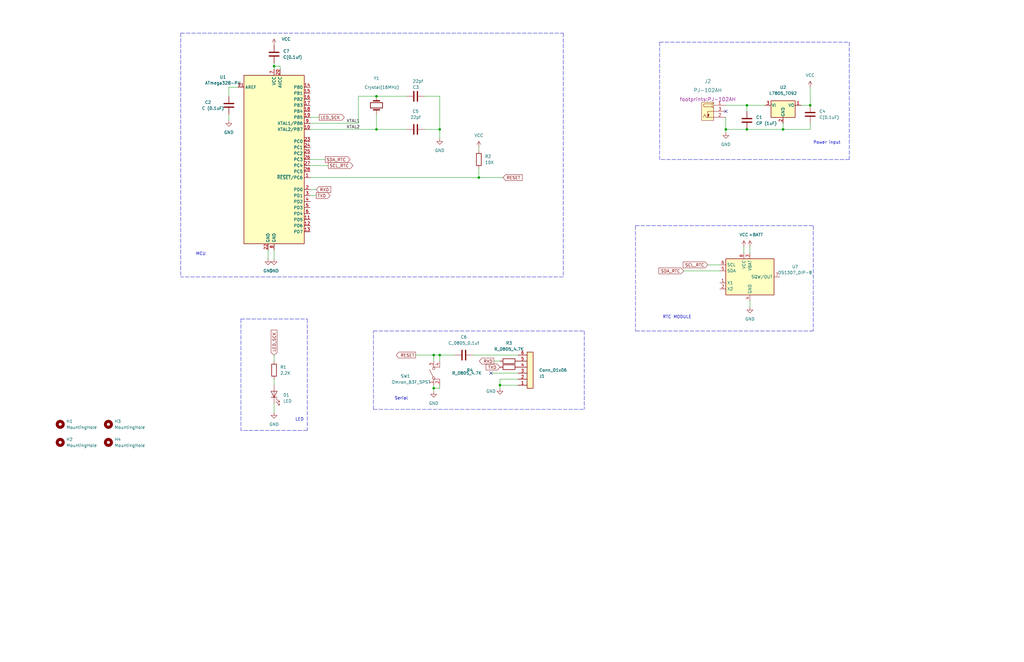
<source format=kicad_sch>
(kicad_sch (version 20211123) (generator eeschema)
  (paper "USLedger")
  (lib_symbols
    (symbol "HPS:+BATT" (power) (pin_names (offset 0))
      (property "Value" "+BATT" (at 0 3.556 0))
      (symbol "+BATT_0_1"
        (polyline (pts (xy -0.762 1.27) (xy 0 2.54)))
        (polyline (pts (xy 0 0) (xy 0 2.54)))
        (polyline (pts (xy 0 2.54) (xy 0.762 1.27)))
      )
      (symbol "+BATT_1_1"
        (pin power_in line (at 0 0 90) (length 0) hide (name "+BATT") (number "1"))
      )
    )
    (symbol "HPS:ATmega328-PU"
      (property "Reference" "U" (at -11.43 39.37 0))
      (property "Value" "ATmega328-PU" (at -17.78 38.1 0))
      (symbol "ATmega328-PU_0_1"
        (rectangle (start -12.7 -35.56) (end 12.7 35.56) (stroke (width 0.254)) (fill (type background)))
      )
      (symbol "ATmega328-PU_1_1"
        (pin tri_state line (at 15.24 -7.62 180) (length 2.54) (name "~{RESET}/PC6") (number "1"))
        (pin tri_state line (at 15.24 12.7 180) (length 2.54) (name "XTAL2/PB7") (number "10"))
        (pin tri_state line (at 15.24 -25.4 180) (length 2.54) (name "PD5") (number "11"))
        (pin tri_state line (at 15.24 -27.94 180) (length 2.54) (name "PD6") (number "12"))
        (pin tri_state line (at 15.24 -30.48 180) (length 2.54) (name "PD7") (number "13"))
        (pin tri_state line (at 15.24 30.48 180) (length 2.54) (name "PB0") (number "14"))
        (pin tri_state line (at 15.24 27.94 180) (length 2.54) (name "PB1") (number "15"))
        (pin tri_state line (at 15.24 25.4 180) (length 2.54) (name "PB2") (number "16"))
        (pin tri_state line (at 15.24 22.86 180) (length 2.54) (name "PB3") (number "17"))
        (pin tri_state line (at 15.24 20.32 180) (length 2.54) (name "PB4") (number "18"))
        (pin tri_state line (at 15.24 17.78 180) (length 2.54) (name "PB5") (number "19"))
        (pin tri_state line (at 15.24 -12.7 180) (length 2.54) (name "PD0") (number "2"))
        (pin power_in line (at 2.54 38.1 270) (length 2.54) (name "AVCC") (number "20"))
        (pin passive line (at -15.24 30.48 0) (length 2.54) (name "AREF") (number "21"))
        (pin power_in line (at -2.54 -38.1 90) (length 2.54) (name "GND") (number "22"))
        (pin tri_state line (at 15.24 7.62 180) (length 2.54) (name "PC0") (number "23"))
        (pin tri_state line (at 15.24 5.08 180) (length 2.54) (name "PC1") (number "24"))
        (pin tri_state line (at 15.24 2.54 180) (length 2.54) (name "PC2") (number "25"))
        (pin tri_state line (at 15.24 0 180) (length 2.54) (name "PC3") (number "26"))
        (pin tri_state line (at 15.24 -2.54 180) (length 2.54) (name "PC4") (number "27"))
        (pin tri_state line (at 15.24 -5.08 180) (length 2.54) (name "PC5") (number "28"))
        (pin tri_state line (at 15.24 -15.24 180) (length 2.54) (name "PD1") (number "3"))
        (pin tri_state line (at 15.24 -17.78 180) (length 2.54) (name "PD2") (number "4"))
        (pin tri_state line (at 15.24 -20.32 180) (length 2.54) (name "PD3") (number "5"))
        (pin tri_state line (at 15.24 -22.86 180) (length 2.54) (name "PD4") (number "6"))
        (pin power_in line (at 0 38.1 270) (length 2.54) (name "VCC") (number "7"))
        (pin power_in line (at 0 -38.1 90) (length 2.54) (name "GND") (number "8"))
        (pin tri_state line (at 15.24 15.24 180) (length 2.54) (name "XTAL1/PB6") (number "9"))
      )
    )
    (symbol "HPS:C_0805_0.1uf" (pin_numbers hide) (pin_names (offset 0.254))
      (property "Reference" "C" (at 0.635 2.54 0))
      (property "Value" "C_0805_0.1uf" (at 0.635 -2.54 0))
      (symbol "C_0805_0.1uf_0_1"
        (polyline (pts (xy -2.032 -0.762) (xy 2.032 -0.762)) (stroke (width 0.508)))
        (polyline (pts (xy -2.032 0.762) (xy 2.032 0.762)) (stroke (width 0.508)))
      )
      (symbol "C_0805_0.1uf_1_1"
        (pin passive line (at 0 3.81 270) (length 2.794) (name "~") (number "1"))
        (pin passive line (at 0 -3.81 90) (length 2.794) (name "~") (number "2"))
      )
    )
    (symbol "HPS:C_0805_10uf" (pin_numbers hide) (pin_names (offset 0.254))
      (property "Reference" "C" (at 0.635 2.54 0))
      (property "Value" "C_0805_10uf" (at 0.635 -2.54 0))
      (symbol "C_0805_10uf_0_1"
        (polyline (pts (xy -2.032 -0.762) (xy 2.032 -0.762)) (stroke (width 0.508)))
        (polyline (pts (xy -2.032 0.762) (xy 2.032 0.762)) (stroke (width 0.508)))
      )
      (symbol "C_0805_10uf_1_1"
        (pin passive line (at 0 3.81 270) (length 2.794) (name "~") (number "1"))
        (pin passive line (at 0 -3.81 90) (length 2.794) (name "~") (number "2"))
      )
    )
    (symbol "HPS:C_0805_1uf" (pin_numbers hide) (pin_names (offset 0.254))
      (property "Reference" "C" (at 0.635 2.54 0))
      (property "Value" "C_0805_1uf" (at 0.635 -2.54 0))
      (symbol "C_0805_1uf_0_1"
        (polyline (pts (xy -2.032 -0.762) (xy 2.032 -0.762)) (stroke (width 0.508)))
        (polyline (pts (xy -2.032 0.762) (xy 2.032 0.762)) (stroke (width 0.508)))
      )
      (symbol "C_0805_1uf_1_1"
        (pin passive line (at 0 3.81 270) (length 2.794) (name "~") (number "1"))
        (pin passive line (at 0 -3.81 90) (length 2.794) (name "~") (number "2"))
      )
    )
    (symbol "HPS:C_0805_22pf" (pin_numbers hide) (pin_names (offset 0.254))
      (property "Reference" "C" (at 0.635 2.54 0))
      (property "Value" "C_0805_22pf" (at 0.635 -2.54 0))
      (symbol "C_0805_22pf_0_1"
        (polyline (pts (xy -2.032 -0.762) (xy 2.032 -0.762)) (stroke (width 0.508)))
        (polyline (pts (xy -2.032 0.762) (xy 2.032 0.762)) (stroke (width 0.508)))
      )
      (symbol "C_0805_22pf_1_1"
        (pin passive line (at 0 3.81 270) (length 2.794) (name "~") (number "1"))
        (pin passive line (at 0 -3.81 90) (length 2.794) (name "~") (number "2"))
      )
    )
    (symbol "HPS:Conn_01x06" (pin_names (offset 1.016) hide)
      (property "Reference" "J" (at 0 7.62 0))
      (property "Value" "Conn_01x06" (at 0 -10.16 0))
      (symbol "Conn_01x06_1_1"
        (rectangle (start -1.27 6.35) (end 1.27 -8.89) (stroke (width 0.254)) (fill (type background)))
        (pin passive line (at -5.08 5.08 0) (length 3.81) (name "Pin_1") (number "1"))
        (pin passive line (at -5.08 2.54 0) (length 3.81) (name "Pin_2") (number "2"))
        (pin passive line (at -5.08 0 0) (length 3.81) (name "Pin_3") (number "3"))
        (pin passive line (at -5.08 -2.54 0) (length 3.81) (name "Pin_4") (number "4"))
        (pin passive line (at -5.08 -5.08 0) (length 3.81) (name "Pin_5") (number "5"))
        (pin passive line (at -5.08 -7.62 0) (length 3.81) (name "Pin_6") (number "6"))
      )
    )
    (symbol "HPS:Crystal_32768Hz" (pin_numbers hide) (pin_names (offset 1.016) hide)
      (property "Reference" "Y" (at 0 3.81 0))
      (property "Value" "Crystal_32768Hz" (at 0 -3.81 0))
      (symbol "Crystal_32768Hz_0_1"
        (rectangle (start -1.143 2.54) (end 1.143 -2.54) (stroke (width 0.3048)))
        (polyline (pts (xy -2.54 0) (xy -1.905 0)))
        (polyline (pts (xy -1.905 -1.27) (xy -1.905 1.27)) (stroke (width 0.508)))
        (polyline (pts (xy 1.905 -1.27) (xy 1.905 1.27)) (stroke (width 0.508)))
        (polyline (pts (xy 2.54 0) (xy 1.905 0)))
      )
      (symbol "Crystal_32768Hz_1_1"
        (pin passive line (at -3.81 0 0) (length 1.27) (name "1") (number "1"))
        (pin passive line (at 3.81 0 180) (length 1.27) (name "2") (number "2"))
      )
    )
    (symbol "HPS:DS1307_DIP-8"
      (property "Reference" "U" (at -8.89 8.89 0))
      (property "Value" "DS1307_DIP-8" (at 1.27 8.89 0))
      (symbol "DS1307_DIP-8_0_1"
        (rectangle (start -10.16 7.62) (end 10.16 -7.62) (stroke (width 0.254)) (fill (type background)))
      )
      (symbol "DS1307_DIP-8_1_1"
        (pin input line (at -12.7 -2.54 0) (length 2.54) (name "X1") (number "1"))
        (pin input line (at -12.7 -5.08 0) (length 2.54) (name "X2") (number "2"))
        (pin power_in line (at 0 10.16 270) (length 2.54) (name "VBAT") (number "3"))
        (pin power_in line (at 0 -10.16 90) (length 2.54) (name "GND") (number "4"))
        (pin bidirectional line (at -12.7 2.54 0) (length 2.54) (name "SDA") (number "5"))
        (pin input line (at -12.7 5.08 0) (length 2.54) (name "SCL") (number "6"))
        (pin open_collector line (at 12.7 0 180) (length 2.54) (name "SQW/OUT") (number "7"))
        (pin power_in line (at -2.54 10.16 270) (length 2.54) (name "VCC") (number "8"))
      )
    )
    (symbol "HPS:GND" (power) (pin_names (offset 0))
      (property "Value" "GND" (at 0 -3.81 0))
      (symbol "GND_0_1"
        (polyline (pts (xy 0 0) (xy 0 -1.27) (xy 1.27 -1.27) (xy 0 -2.54) (xy -1.27 -1.27) (xy 0 -1.27)))
      )
      (symbol "GND_1_1"
        (pin power_in line (at 0 0 270) (length 0) hide (name "GND") (number "1"))
      )
    )
    (symbol "HPS:L7805_TO92" (pin_names (offset 0.254))
      (property "Reference" "U" (at -5.08 6.35 0))
      (property "Value" "L7805_TO92" (at -5.08 3.81 0))
      (symbol "L7805_TO92_0_1"
        (rectangle (start -5.08 -5.08) (end 5.08 1.905) (stroke (width 0.254)) (fill (type background)))
      )
      (symbol "L7805_TO92_1_1"
        (pin power_out line (at 7.62 0 180) (length 2.54) (name "VO") (number "1"))
        (pin power_in line (at 0 -7.62 90) (length 2.54) (name "GND") (number "2"))
        (pin power_in line (at -7.62 0 0) (length 2.54) (name "VI") (number "3"))
      )
    )
    (symbol "HPS:LED_0805" (pin_numbers hide) (pin_names (offset 1.016) hide)
      (property "Reference" "D" (at 0 2.54 0))
      (property "Value" "LED_0805" (at 0 -2.54 0))
      (symbol "LED_0805_0_1"
        (polyline (pts (xy -1.27 -1.27) (xy -1.27 1.27)) (stroke (width 0.2032)))
        (polyline (pts (xy -1.27 0) (xy 1.27 0)))
        (polyline (pts (xy 1.27 -1.27) (xy 1.27 1.27) (xy -1.27 0) (xy 1.27 -1.27)) (stroke (width 0.2032)))
        (polyline (pts (xy -3.048 -0.762) (xy -4.572 -2.286) (xy -3.81 -2.286) (xy -4.572 -2.286) (xy -4.572 -1.524)))
        (polyline (pts (xy -1.778 -0.762) (xy -3.302 -2.286) (xy -2.54 -2.286) (xy -3.302 -2.286) (xy -3.302 -1.524)))
      )
      (symbol "LED_0805_1_1"
        (pin passive line (at -3.81 0 0) (length 2.54) (name "K") (number "1"))
        (pin passive line (at 3.81 0 180) (length 2.54) (name "A") (number "2"))
      )
    )
    (symbol "HPS:MountingHole" (pin_names (offset 1.016))
      (property "Reference" "H" (at 0 5.08 0))
      (property "Value" "MountingHole" (at 0 3.175 0))
      (symbol "MountingHole_0_1"
        (circle (center 0 0) (radius 1.27) (stroke (width 1.27)))
      )
    )
    (symbol "HPS:Omron_B3F_SPST" (pin_names (offset 0) hide)
      (property "Reference" "SW" (at 0 5.08 0))
      (property "Value" "Omron_B3F_SPST" (at 0 2.54 0))
      (symbol "Omron_B3F_SPST_0_0"
        (circle (center -2.032 0) (radius 0.508))
        (polyline (pts (xy -1.524 0.254) (xy 1.524 1.778)))
        (circle (center 2.032 0) (radius 0.508))
      )
      (symbol "Omron_B3F_SPST_0_1"
        (polyline (pts (xy -2.54 0) (xy -2.54 -2.54)))
        (polyline (pts (xy 2.54 -2.54) (xy 2.54 0)))
      )
      (symbol "Omron_B3F_SPST_1_1"
        (pin passive line (at -5.08 0 0) (length 2.54) (name "A") (number "1"))
        (pin passive line (at -5.08 -2.54 0) (length 2.54) (name "A") (number "2"))
        (pin passive line (at 5.08 0 180) (length 2.54) (name "B") (number "3"))
        (pin passive line (at 5.08 -2.54 180) (length 2.54) (name "B") (number "4"))
      )
    )
    (symbol "HPS:PJ-102AH" (pin_names (offset 1.016) hide)
      (property "Reference" "J" (at -2.54 5.08 0))
      (property "Value" "PJ-102AH" (at 0 -5.334 0))
      (property "Footprint" "footprints:PJ-102AH" (at 0 -7.874 0))
      (symbol "PJ-102AH_0_1"
        (arc (start -3.81 3.175) (mid -4.445 2.54) (end -3.81 1.905))
        (polyline (pts (xy -0.635 1.905) (xy -3.81 1.905)))
        (polyline (pts (xy -0.635 1.905) (xy -0.635 3.175)))
        (polyline (pts (xy -0.635 3.175) (xy -3.81 3.175)))
        (polyline (pts (xy -2.54 -1.27) (xy -2.54 0) (xy 0 0)))
        (polyline (pts (xy -0.635 1.905) (xy -0.635 1.651) (xy 0 1.651)))
        (polyline (pts (xy -0.635 3.175) (xy -0.635 3.429) (xy 0 3.429)))
        (polyline (pts (xy -2.54 -2.54) (xy -1.905 -1.27) (xy -2.54 -1.27) (xy -2.54 -2.54)) (fill (type outline)))
        (polyline (pts (xy 0 -2.54) (xy -3.175 -2.54) (xy -3.81 -1.27) (xy -4.445 -2.54)))
        (rectangle (start 0 3.81) (end -5.08 -3.81) (fill (type background)))
      )
      (symbol "PJ-102AH_1_1"
        (pin passive line (at 5.08 2.54 180) (length 5.08) (name "POLE") (number "1"))
        (pin passive line (at 5.08 -2.54 180) (length 5.08) (name "OUT") (number "2"))
        (pin passive line (at 5.08 0 180) (length 5.08) (name "OUT") (number "3"))
      )
    )
    (symbol "HPS:R_0805_10K" (pin_numbers hide) (pin_names (offset 0))
      (property "Reference" "R" (at 2.032 0 90))
      (property "Value" "R_0805_10K" (at -2.54 0 90))
      (symbol "R_0805_10K_0_1"
        (rectangle (start -1.016 -2.54) (end 1.016 2.54) (stroke (width 0.254)))
      )
      (symbol "R_0805_10K_1_1"
        (pin passive line (at 0 3.81 270) (length 1.27) (name "~") (number "1"))
        (pin passive line (at 0 -3.81 90) (length 1.27) (name "~") (number "2"))
      )
    )
    (symbol "HPS:R_0805_2.2K" (pin_numbers hide) (pin_names (offset 0))
      (property "Reference" "R" (at 2.032 0 90))
      (property "Value" "R_0805_2.2K" (at -2.54 0 90))
      (symbol "R_0805_2.2K_0_1"
        (rectangle (start -1.016 -2.54) (end 1.016 2.54) (stroke (width 0.254)))
      )
      (symbol "R_0805_2.2K_1_1"
        (pin passive line (at 0 3.81 270) (length 1.27) (name "~") (number "1"))
        (pin passive line (at 0 -3.81 90) (length 1.27) (name "~") (number "2"))
      )
    )
    (symbol "HPS:R_0805_4.7K" (pin_numbers hide) (pin_names (offset 0))
      (property "Reference" "R" (at 2.032 0 90))
      (property "Value" "R_0805_4.7K" (at -2.54 0 90))
      (symbol "R_0805_4.7K_0_1"
        (rectangle (start -1.016 -2.54) (end 1.016 2.54) (stroke (width 0.254)))
      )
      (symbol "R_0805_4.7K_1_1"
        (pin passive line (at 0 3.81 270) (length 1.27) (name "~") (number "1"))
        (pin passive line (at 0 -3.81 90) (length 1.27) (name "~") (number "2"))
      )
    )
    (symbol "HPS:VCC" (power) (pin_names (offset 0))
      (property "Value" "VCC" (at 0 3.81 0))
      (symbol "VCC_0_1"
        (polyline (pts (xy -0.762 1.27) (xy 0 2.54)))
        (polyline (pts (xy 0 0) (xy 0 2.54)))
        (polyline (pts (xy 0 2.54) (xy 0.762 1.27)))
      )
      (symbol "VCC_1_1"
        (pin power_in line (at 0 0 90) (length 0) hide (name "VCC") (number "1"))
      )
    )
  )
  (junction (at 210.82 162.56))
  (junction (at 158.75 54.61))
  (junction (at 182.88 163.83))
  (junction (at 314.96 54.61))
  (junction (at 314.96 44.45))
  (junction (at 201.93 74.93))
  (junction (at 115.57 27.94))
  (junction (at 330.2 54.61))
  (junction (at 341.63 44.45))
  (junction (at 182.88 149.86))
  (junction (at 306.07 54.61))
  (junction (at 185.42 149.86))
  (junction (at 158.75 40.64))
  (junction (at 185.42 54.61))
  (no_connect (at 306.07 46.99))
  (no_connect (at 207.01 157.48))
  (wire (pts (xy 158.75 54.61) (xy 171.45 54.61)))
  (wire (pts (xy 185.42 149.86) (xy 185.42 152.4)))
  (wire (pts (xy 130.81 49.53) (xy 134.62 49.53)))
  (polyline (pts (xy 342.9 139.7) (xy 267.97 139.7)))
  (wire (pts (xy 314.96 44.45) (xy 322.58 44.45)))
  (wire (pts (xy 306.07 49.53) (xy 306.07 54.61)))
  (wire (pts (xy 313.69 104.14) (xy 313.69 106.68)))
  (wire (pts (xy 288.29 114.3) (xy 303.53 114.3)))
  (wire (pts (xy 100.33 36.83) (xy 96.52 36.83)))
  (wire (pts (xy 179.07 40.64) (xy 185.42 40.64)))
  (wire (pts (xy 115.57 27.94) (xy 118.11 27.94)))
  (polyline (pts (xy 76.2 13.97) (xy 237.49 13.97)))
  (wire (pts (xy 115.57 27.94) (xy 115.57 29.21)))
  (wire (pts (xy 130.81 69.85) (xy 138.43 69.85)))
  (wire (pts (xy 130.81 67.31) (xy 137.16 67.31)))
  (polyline (pts (xy 278.13 17.78) (xy 278.13 67.31)))
  (wire (pts (xy 298.45 111.76) (xy 303.53 111.76)))
  (wire (pts (xy 207.01 157.48) (xy 218.44 157.48)))
  (wire (pts (xy 185.42 40.64) (xy 185.42 54.61)))
  (wire (pts (xy 130.81 52.07) (xy 151.13 52.07)))
  (wire (pts (xy 130.81 74.93) (xy 201.93 74.93)))
  (wire (pts (xy 185.42 163.83) (xy 182.88 163.83)))
  (wire (pts (xy 182.88 149.86) (xy 185.42 149.86)))
  (wire (pts (xy 118.11 29.21) (xy 118.11 27.94)))
  (polyline (pts (xy 101.6 134.62) (xy 129.54 134.62)))
  (polyline (pts (xy 237.49 116.84) (xy 76.2 116.84)))
  (wire (pts (xy 115.57 160.02) (xy 115.57 162.56)))
  (wire (pts (xy 151.13 52.07) (xy 151.13 40.64)))
  (polyline (pts (xy 101.6 134.62) (xy 101.6 181.61)))
  (wire (pts (xy 96.52 48.26) (xy 96.52 50.8)))
  (wire (pts (xy 306.07 54.61) (xy 314.96 54.61)))
  (wire (pts (xy 210.82 160.02) (xy 210.82 162.56)))
  (polyline (pts (xy 237.49 13.97) (xy 237.49 116.84)))
  (wire (pts (xy 185.42 149.86) (xy 191.77 149.86)))
  (polyline (pts (xy 278.13 17.78) (xy 358.14 17.78)))
  (polyline (pts (xy 342.9 95.25) (xy 342.9 139.7)))
  (polyline (pts (xy 76.2 13.97) (xy 76.2 116.84)))
  (wire (pts (xy 330.2 52.07) (xy 330.2 54.61)))
  (wire (pts (xy 130.81 82.55) (xy 133.35 82.55)))
  (wire (pts (xy 185.42 162.56) (xy 185.42 163.83)))
  (wire (pts (xy 182.88 163.83) (xy 182.88 165.1)))
  (wire (pts (xy 316.23 127) (xy 316.23 129.54)))
  (wire (pts (xy 201.93 62.23) (xy 201.93 63.5)))
  (wire (pts (xy 115.57 149.86) (xy 115.57 152.4)))
  (wire (pts (xy 182.88 149.86) (xy 182.88 152.4)))
  (wire (pts (xy 199.39 149.86) (xy 218.44 149.86)))
  (polyline (pts (xy 246.38 139.7) (xy 246.38 172.72)))
  (wire (pts (xy 210.82 162.56) (xy 210.82 163.83)))
  (wire (pts (xy 158.75 40.64) (xy 171.45 40.64)))
  (wire (pts (xy 113.03 105.41) (xy 113.03 109.22)))
  (polyline (pts (xy 157.48 172.72) (xy 246.38 172.72)))
  (polyline (pts (xy 358.14 17.78) (xy 358.14 67.31)))
  (wire (pts (xy 179.07 54.61) (xy 185.42 54.61)))
  (wire (pts (xy 201.93 74.93) (xy 212.09 74.93)))
  (wire (pts (xy 182.88 162.56) (xy 182.88 163.83)))
  (wire (pts (xy 208.28 152.4) (xy 210.82 152.4)))
  (wire (pts (xy 306.07 44.45) (xy 314.96 44.45)))
  (wire (pts (xy 175.26 149.86) (xy 182.88 149.86)))
  (wire (pts (xy 306.07 54.61) (xy 306.07 55.88)))
  (wire (pts (xy 158.75 48.26) (xy 158.75 54.61)))
  (polyline (pts (xy 157.48 139.7) (xy 246.38 139.7)))
  (wire (pts (xy 130.81 80.01) (xy 133.35 80.01)))
  (wire (pts (xy 130.81 54.61) (xy 158.75 54.61)))
  (wire (pts (xy 201.93 71.12) (xy 201.93 74.93)))
  (polyline (pts (xy 358.14 67.31) (xy 278.13 67.31)))
  (wire (pts (xy 218.44 160.02) (xy 210.82 160.02)))
  (wire (pts (xy 115.57 170.18) (xy 115.57 173.99)))
  (wire (pts (xy 210.82 162.56) (xy 218.44 162.56)))
  (wire (pts (xy 341.63 52.07) (xy 341.63 54.61)))
  (polyline (pts (xy 267.97 95.25) (xy 267.97 139.7)))
  (wire (pts (xy 341.63 36.83) (xy 341.63 44.45)))
  (polyline (pts (xy 157.48 172.72) (xy 157.48 139.7)))
  (wire (pts (xy 316.23 104.14) (xy 316.23 106.68)))
  (wire (pts (xy 115.57 26.67) (xy 115.57 27.94)))
  (wire (pts (xy 115.57 105.41) (xy 115.57 109.22)))
  (wire (pts (xy 314.96 54.61) (xy 330.2 54.61)))
  (wire (pts (xy 330.2 54.61) (xy 341.63 54.61)))
  (wire (pts (xy 96.52 36.83) (xy 96.52 40.64)))
  (wire (pts (xy 185.42 54.61) (xy 185.42 58.42)))
  (polyline (pts (xy 267.97 95.25) (xy 342.9 95.25)))
  (wire (pts (xy 314.96 44.45) (xy 314.96 46.99)))
  (polyline (pts (xy 129.54 134.62) (xy 129.54 181.61)))
  (polyline (pts (xy 129.54 181.61) (xy 101.6 181.61)))
  (wire (pts (xy 151.13 40.64) (xy 158.75 40.64)))
  (wire (pts (xy 337.82 44.45) (xy 341.63 44.45)))
  (text "Power input" (at 342.9 60.96 0) (effects (font (size 1.27 1.27)) (justify left bottom)))
  (text "RTC MODULE" (at 279.4 134.62 0) (effects (font (size 1.27 1.27)) (justify left bottom)))
  (text "MCU" (at 82.55 107.95 0) (effects (font (size 1.27 1.27)) (justify left bottom)))
  (text "LED" (at 124.46 177.8 0) (effects (font (size 1.27 1.27)) (justify left bottom)))
  (text "Serial" (at 166.37 168.91 0) (effects (font (size 1.27 1.27)) (justify left bottom)))
  (label "XTAL1" (at 146.05 52.07 0))
  (label "XTAL2" (at 146.05 54.61 0))
  (global_label "LED_SCK" (shape output) (at 134.62 49.53 0) (property "Intersheet References" "${INTERSHEET_REFS}" (effects hide)))
  (global_label "SCL_RTC" (shape output) (at 138.43 69.85 0) (property "Intersheet References" "${INTERSHEET_REFS}" (effects hide)))
  (global_label "TXD" (shape input) (at 210.82 154.94 180) (property "Intersheet References" "${INTERSHEET_REFS}" (effects hide)))
  (global_label "SCL_RTC" (shape input) (at 298.45 111.76 180) (property "Intersheet References" "${INTERSHEET_REFS}" (effects hide)))
  (global_label "RESET" (shape input) (at 212.09 74.93 0) (property "Intersheet References" "${INTERSHEET_REFS}" (effects hide)))
  (global_label "RXD" (shape input) (at 133.35 80.01 0) (property "Intersheet References" "${INTERSHEET_REFS}" (effects hide)))
  (global_label "SDA_RTC" (shape output) (at 137.16 67.31 0) (property "Intersheet References" "${INTERSHEET_REFS}" (effects hide)))
  (global_label "TXD" (shape output) (at 133.35 82.55 0) (property "Intersheet References" "${INTERSHEET_REFS}" (effects hide)))
  (global_label "RESET" (shape output) (at 175.26 149.86 180) (property "Intersheet References" "${INTERSHEET_REFS}" (effects hide)))
  (global_label "RXD" (shape output) (at 208.28 152.4 180) (property "Intersheet References" "${INTERSHEET_REFS}" (effects hide)))
  (global_label "SDA_RTC" (shape input) (at 288.29 114.3 180) (property "Intersheet References" "${INTERSHEET_REFS}" (effects hide)))
  (global_label "LED_SCK" (shape input) (at 115.57 149.86 90) (property "Intersheet References" "${INTERSHEET_REFS}" (effects hide)))
  (symbol (lib_id "HPS:GND") (at 185.42 58.42 0) (unit 1)
    (property "Reference" "#PWR07" (effects hide))
    (property "Value" "GND" (at 185.42 63.5 0))
  )
  (symbol (lib_id "HPS:PJ-102AH") (at 300.99 46.99 0) (unit 1)
    (property "Reference" "J2" (at 298.45 34.29 0) (effects (font (size 1.524 1.524))))
    (property "Value" "PJ-102AH" (at 298.45 38.1 0) (effects (font (size 1.524 1.524))))
    (property "Footprint" "footprints:PJ-102AH" (at 298.45 41.91 0) (effects (font (size 1.524 1.524))))
    (property "Datasheet" "https://www.cuidevices.com/product/resource/pj-102ah.pdf" (effects hide))
    (property "MFG" "CUI Devices" (effects hide))
    (property "MPN" "PJ-102AH" (effects hide))
    (property "Digikey PN" "CP-102AH-ND" (effects hide))
    (property "Mouser PN" "490-PJ-102AH" (effects hide))
  )
  (symbol (lib_id "HPS:GND") (at 210.82 163.83 0) (unit 1)
    (property "Reference" "#PWR09" (effects hide))
    (property "Value" "GND" (at 207.01 165.1 0))
  )
  (symbol (lib_id "HPS:MountingHole") (at 45.72 179.07 0) (unit 1)
    (property "Reference" "H3" (at 48.26 177.7999 0) (effects (justify left)))
    (property "Value" "MountingHole" (at 48.26 180.3399 0) (effects (justify left)))
    (property "Footprint" "footprints:MountingHole_3.2mm_M3" (effects hide))
  )
  (symbol (lib_id "HPS:MountingHole") (at 25.4 179.07 0) (unit 1)
    (property "Reference" "H1" (at 27.94 177.7999 0) (effects (justify left)))
    (property "Value" "MountingHole" (at 27.94 180.3399 0) (effects (justify left)))
    (property "Footprint" "footprints:MountingHole_3.2mm_M3" (effects hide))
  )
  (symbol (lib_id "HPS:GND") (at 113.03 109.22 0) (unit 1)
    (property "Reference" "#PWR02" (effects hide))
    (property "Value" "GND" (at 113.03 114.3 0))
  )
  (symbol (lib_id "HPS:Omron_B3F_SPST") (at 182.88 157.48 90) (unit 1)
    (property "Reference" "SW1" (at 168.91 158.75 90) (effects (justify right)))
    (property "Value" "Omron_B3F_SPST" (at 165.1 161.29 90) (effects (justify right)))
    (property "Footprint" "footprints:SW_SPST_Omron_B3FS-100xP" (effects hide))
    (property "Datasheet" "https://omronfs.omron.com/en_US/ecb/products/pdf/en-b3fs.pdf" (effects hide))
    (property "MFG" "Omron Electronics Inc-EMC Div" (effects hide))
    (property "MPN" "B3FS-1000P" (effects hide))
    (property "Digikey PN" "SW423CT-ND" (effects hide))
    (property "Mouser PN" "N/A" (effects hide))
  )
  (symbol (lib_id "HPS:L7805_TO92") (at 330.2 44.45 0) (unit 1)
    (property "Reference" "U2" (at 330.2 36.83 0))
    (property "Value" "L7805_TO92" (at 330.2 39.37 0))
    (property "Footprint" "footprints:TO-92_Inline" (effects hide))
    (property "Datasheet" "http://www.st.com/content/ccc/resource/technical/document/datasheet/15/55/e5/aa/23/5b/43/fd/CD00000446.pdf/files/CD00000446.pdf/jcr:content/translations/en.CD00000446.pdf" (effects hide))
    (property "MFG" "STMicroelectronics" (effects hide))
    (property "MPN" "L7805CV" (effects hide))
    (property "Digikey PN" "497-1443-5-ND" (effects hide))
    (property "Mouser PN" "N/A" (effects hide))
  )
  (symbol (lib_id "HPS:VCC") (at 201.93 62.23 0) (unit 1)
    (property "Reference" "#PWR08" (effects hide))
    (property "Value" "VCC" (at 201.93 57.15 0))
  )
  (symbol (lib_id "HPS:R_0805_4.7K") (at 214.63 152.4 90) (unit 1)
    (property "Reference" "R3" (at 214.63 144.78 90))
    (property "Value" "R_0805_4.7K" (at 214.63 147.32 90))
    (property "Footprint" "footprints:R_0805_2012Metric" (effects hide))
    (property "Datasheet" "https://www.digikey.com/en/products/detail/yageo/RC0805FR-074K7L/727929" (effects hide))
    (property "MFG" "Yageo" (effects hide))
    (property "MPN" "RC0805FR-074K7L" (effects hide))
    (property "Digikey PN" "311-4.70KCRCT-ND" (effects hide))
    (property "Mouser PN" "N/A" (effects hide))
    (property "Power" "N/A" (effects hide))
    (property "Tolerance" "N/A" (effects hide))
  )
  (symbol (lib_id "HPS:C_0805_10uf") (at 314.96 50.8 0) (unit 1)
    (property "Reference" "C1" (at 318.77 49.5299 0) (effects (justify left)))
    (property "Value" "CP (1uF)" (at 318.77 52.0699 0) (effects (justify left)))
    (property "Footprint" "footprints:C_0805_2012Metric" (effects hide))
    (property "Datasheet" "https://search.murata.co.jp/Ceramy/image/img/A01X/G101/ENG/GRM21BR61E106KA73-01.pdf" (effects hide))
    (property "MFG" "Murata Electronics" (effects hide))
    (property "MPN" "GRM21BR61E106KA73L" (effects hide))
    (property "Digikey PN" "490-5523-1-ND" (effects hide))
    (property "Mouser PN" "N/A" (effects hide))
    (property "Voltage" "N/A" (effects hide))
    (property "Dielectric" "N/A" (effects hide))
    (property "Tolerance" "N/A" (effects hide))
  )
  (symbol (lib_id "HPS:Crystal_32768Hz") (at 158.75 44.45 90) (unit 1)
    (property "Reference" "Y1" (at 157.48 33.02 90) (effects (justify right)))
    (property "Value" "Crystal(16MHz)" (at 153.67 36.83 90) (effects (justify right)))
    (property "Footprint" "footprints:Crystal_SMD_2Pin_3.2x1.5mm" (effects hide))
    (property "Datasheet" "https://www.jauch.com/downloadfile/57fde22d50dbf_d3c203011c87952f2834/jtx310-auto-2-210512.pdf" (effects hide))
    (property "MFG" "Jauch Quartz" (effects hide))
    (property "MPN" "Q 0,032768-JTX310-12,5-20-T1-HMR-50K-LF" (effects hide))
    (property "Digikey PN" "1908-1314-1-ND" (effects hide))
    (property "Mouser PN" "N/A" (effects hide))
  )
  (symbol (lib_id "HPS:C_0805_0.1uf") (at 96.52 44.45 0) (unit 1)
    (property "Reference" "C2" (at 86.36 43.18 0) (effects (justify left)))
    (property "Value" "C (0.1uF)" (at 85.09 45.72 0) (effects (justify left)))
    (property "Footprint" "footprints:C_0805_2012Metric" (effects hide))
    (property "Datasheet" "https://datasheets.avx.com/X7RDielectric.pdf" (effects hide))
    (property "MFG" "AVX Corporation" (effects hide))
    (property "MPN" "08055C104KAT2A" (effects hide))
    (property "Digikey PN" "478-1395-1-ND" (effects hide))
    (property "Mouser PN" "N/A" (effects hide))
    (property "Voltage" "N/A" (effects hide))
    (property "Dielectric" "N/A" (effects hide))
    (property "Tolerance" "N/A" (effects hide))
  )
  (symbol (lib_id "HPS:ATmega328-PU") (at 115.57 67.31 0) (unit 1)
    (property "Reference" "U1" (at 93.98 32.4993 0))
    (property "Value" "ATmega328-PU" (at 93.98 35.0393 0))
    (property "Footprint" "footprints:DIP-28_W7.62mm" (effects hide))
    (property "Datasheet" "http://www.microchip.com/mymicrochip/filehandler.aspx?ddocname=en608326" (effects hide))
    (property "MFG" "On Shore Technology Inc." (effects hide))
    (property "MPN" "ED281DT" (effects hide))
    (property "Digikey PN" "ED3050-5-ND" (effects hide))
    (property "Mouser PN" "N/A" (effects hide))
  )
  (symbol (lib_id "HPS:VCC") (at 313.69 104.14 0) (unit 1)
    (property "Reference" "#PWR?" (effects hide))
    (property "Value" "VCC" (at 313.69 99.06 0))
  )
  (symbol (lib_id "HPS:GND") (at 316.23 129.54 0) (unit 1)
    (property "Reference" "#PWR?" (effects hide))
    (property "Value" "GND" (at 316.23 134.62 0))
  )
  (symbol (lib_id "HPS:+BATT") (at 316.23 104.14 0) (unit 1)
    (property "Reference" "#PWR?" (effects hide))
    (property "Value" "+BATT" (at 318.77 99.06 0))
  )
  (symbol (lib_id "HPS:C_0805_22pf") (at 175.26 40.64 270) (unit 1)
    (property "Reference" "C3" (at 173.99 36.83 90) (effects (justify left)))
    (property "Value" "22pf" (at 173.99 34.2901 90) (effects (justify left)))
    (property "Footprint" "footprints:C_0805_2012Metric" (effects hide))
    (property "Datasheet" "https://www.yageo.com/upload/media/product/productsearch/datasheet/mlcc/UPY-GP_NP0_16V-to-50V_18.pdf" (effects hide))
    (property "MFG" "Yageo" (effects hide))
    (property "MPN" "CC0805JRNPO9BN220" (effects hide))
    (property "Digikey PN" "311-1103-1-ND" (effects hide))
    (property "Mouser PN" "N/A" (effects hide))
    (property "Voltage" "N/A" (effects hide))
    (property "Dielectric" "N/A" (effects hide))
    (property "Tolerance" "N/A" (effects hide))
  )
  (symbol (lib_id "HPS:C_0805_22pf") (at 175.26 54.61 90) (unit 1)
    (property "Reference" "C5" (at 175.26 46.99 90))
    (property "Value" "22pf" (at 175.26 49.53 90))
    (property "Footprint" "footprints:C_0805_2012Metric" (effects hide))
    (property "Datasheet" "https://www.yageo.com/upload/media/product/productsearch/datasheet/mlcc/UPY-GP_NP0_16V-to-50V_18.pdf" (effects hide))
    (property "MFG" "Yageo" (effects hide))
    (property "MPN" "CC0805JRNPO9BN220" (effects hide))
    (property "Digikey PN" "311-1103-1-ND" (effects hide))
    (property "Mouser PN" "N/A" (effects hide))
    (property "Voltage" "N/A" (effects hide))
    (property "Dielectric" "N/A" (effects hide))
    (property "Tolerance" "N/A" (effects hide))
  )
  (symbol (lib_id "HPS:VCC") (at 115.57 19.05 0) (unit 1)
    (property "Reference" "#PWR03" (effects hide))
    (property "Value" "VCC" (at 120.65 16.51 0))
  )
  (symbol (lib_id "HPS:R_0805_2.2K") (at 115.57 156.21 0) (unit 1)
    (property "Reference" "R1" (at 118.11 154.9399 0) (effects (justify left)))
    (property "Value" "2.2K" (at 118.11 157.4799 0) (effects (justify left)))
    (property "Footprint" "footprints:R_0805_2012Metric" (effects hide))
    (property "Datasheet" "https://www.digikey.com/en/products/detail/yageo/RC0805FR-072K2L/727676" (effects hide))
    (property "MFG" "N/A" (effects hide))
    (property "MPN" "N/A" (effects hide))
    (property "Digikey PN" "311-2.20KCRCT-ND" (effects hide))
    (property "Mouser PN" "N/A" (effects hide))
    (property "Power" "N/A" (effects hide))
    (property "Tolerance" "N/A" (effects hide))
  )
  (symbol (lib_id "HPS:GND") (at 182.88 165.1 0) (unit 1)
    (property "Reference" "#PWR06" (effects hide))
    (property "Value" "GND" (at 182.88 170.18 0))
  )
  (symbol (lib_id "HPS:DS1307_DIP-8") (at 316.23 116.84 0) (unit 1)
    (property "Reference" "U?" (at 335.28 112.5093 0))
    (property "Value" "DS1307_DIP-8" (at 335.28 115.0493 0))
    (property "Footprint" "footprints:DIP-8_W7.62mm" (effects hide))
    (property "Datasheet" "https://datasheets.maximintegrated.com/en/ds/DS1307.pdf" (effects hide))
    (property "MFG" "Assmann WSW Components" (effects hide))
    (property "MPN" "A 08-LC-TT" (effects hide))
    (property "Digikey PN" "AE9986-ND" (effects hide))
    (property "Mouser PN" "N/A" (effects hide))
  )
  (symbol (lib_id "HPS:MountingHole") (at 25.4 186.69 0) (unit 1)
    (property "Reference" "H2" (at 27.94 185.4199 0) (effects (justify left)))
    (property "Value" "MountingHole" (at 27.94 187.9599 0) (effects (justify left)))
    (property "Footprint" "footprints:MountingHole_3.2mm_M3" (effects hide))
  )
  (symbol (lib_id "HPS:GND") (at 96.52 50.8 0) (unit 1)
    (property "Reference" "#PWR01" (effects hide))
    (property "Value" "GND" (at 96.52 55.88 0))
  )
  (symbol (lib_id "HPS:C_0805_0.1uf") (at 115.57 22.86 0) (unit 1)
    (property "Reference" "C7" (at 119.38 21.5899 0) (effects (justify left)))
    (property "Value" "C(0.1uf)" (at 119.38 24.1299 0) (effects (justify left)))
    (property "Footprint" "footprints:C_0805_2012Metric" (effects hide))
    (property "Datasheet" "https://datasheets.avx.com/X7RDielectric.pdf" (effects hide))
    (property "MFG" "AVX Corporation" (effects hide))
    (property "MPN" "08055C104KAT2A" (effects hide))
    (property "Digikey PN" "478-1395-1-ND" (effects hide))
    (property "Mouser PN" "N/A" (effects hide))
    (property "Voltage" "N/A" (effects hide))
    (property "Dielectric" "N/A" (effects hide))
    (property "Tolerance" "N/A" (effects hide))
  )
  (symbol (lib_id "HPS:R_0805_4.7K") (at 214.63 154.94 90) (unit 1)
    (property "Reference" "R4" (at 198.12 156.21 90))
    (property "Value" "R_0805_4.7K" (at 196.85 157.48 90))
    (property "Footprint" "footprints:R_0805_2012Metric" (effects hide))
    (property "Datasheet" "https://www.digikey.com/en/products/detail/yageo/RC0805FR-074K7L/727929" (effects hide))
    (property "MFG" "Yageo" (effects hide))
    (property "MPN" "RC0805FR-074K7L" (effects hide))
    (property "Digikey PN" "311-4.70KCRCT-ND" (effects hide))
    (property "Mouser PN" "N/A" (effects hide))
    (property "Power" "N/A" (effects hide))
    (property "Tolerance" "N/A" (effects hide))
  )
  (symbol (lib_id "HPS:GND") (at 115.57 109.22 0) (unit 1)
    (property "Reference" "#PWR04" (effects hide))
    (property "Value" "GND" (at 115.57 114.3 0))
  )
  (symbol (lib_id "HPS:C_0805_1uf") (at 341.63 48.26 0) (unit 1)
    (property "Reference" "C4" (at 345.44 46.9899 0) (effects (justify left)))
    (property "Value" "C(0.1uF)" (at 345.44 49.5299 0) (effects (justify left)))
    (property "Footprint" "footprints:C_0805_2012Metric" (effects hide))
    (property "Datasheet" "https://www.yageo.com/upload/media/product/productsearch/datasheet/mlcc/UPY-GPHC_X7R_6.3V-to-50V_18.pdf" (effects hide))
    (property "MFG" "Yageo" (effects hide))
    (property "MPN" "CC0805KKX7R8BB105" (effects hide))
    (property "Digikey PN" "311-1456-1-ND" (effects hide))
    (property "Mouser PN" "N/A" (effects hide))
    (property "Voltage" "N/A" (effects hide))
    (property "Dielectric" "N/A" (effects hide))
    (property "Tolerance" "N/A" (effects hide))
  )
  (symbol (lib_id "HPS:C_0805_0.1uf") (at 195.58 149.86 90) (unit 1)
    (property "Reference" "C6" (at 195.58 142.24 90))
    (property "Value" "C_0805_0.1uf" (at 195.58 144.78 90))
    (property "Footprint" "footprints:C_0805_2012Metric" (effects hide))
    (property "Datasheet" "https://datasheets.avx.com/X7RDielectric.pdf" (effects hide))
    (property "MFG" "AVX Corporation" (effects hide))
    (property "MPN" "08055C104KAT2A" (effects hide))
    (property "Digikey PN" "478-1395-1-ND" (effects hide))
    (property "Mouser PN" "N/A" (effects hide))
    (property "Voltage" "N/A" (effects hide))
    (property "Dielectric" "N/A" (effects hide))
    (property "Tolerance" "N/A" (effects hide))
  )
  (symbol (lib_id "HPS:Conn_01x06") (at 223.52 157.48 0) (mirror x) (unit 1)
    (property "Reference" "J1" (at 227.33 158.75 0) (effects (justify left)))
    (property "Value" "Conn_01x06" (at 227.33 156.21 0) (effects (justify left)))
    (property "Footprint" "footprints:PinHeader_1x06_P2.54mm_Vertical" (effects hide))
    (property "Datasheet" "https://www.we-online.de/katalog/datasheet/6130xx11121.pdf" (effects hide))
    (property "MFG" "Würth Elektronik" (effects hide))
    (property "MPN" "61300611121" (effects hide))
    (property "Digikey PN" "732-5319-ND" (effects hide))
    (property "Mouser PN" "N/A" (effects hide))
  )
  (symbol (lib_id "HPS:R_0805_10K") (at 201.93 67.31 0) (unit 1)
    (property "Reference" "R2" (at 204.47 66.0399 0) (effects (justify left)))
    (property "Value" "10K" (at 204.47 68.5799 0) (effects (justify left)))
    (property "Footprint" "footprints:R_0805_2012Metric" (effects hide))
    (property "Datasheet" "https://www.digikey.com/en/products/detail/yageo/RC0805FR-0710KL/727535" (effects hide))
    (property "MFG" "Yageo" (effects hide))
    (property "MPN" "RC0805FR-0710KL" (effects hide))
    (property "Digikey PN" "311-10.0KCRCT-ND" (effects hide))
    (property "Mouser PN" "N/A" (effects hide))
    (property "Power" "N/A" (effects hide))
    (property "Tolerance" "N/A" (effects hide))
  )
  (symbol (lib_id "HPS:LED_0805") (at 115.57 166.37 90) (unit 1)
    (property "Reference" "D1" (at 119.38 166.7001 90) (effects (justify right)))
    (property "Value" "LED" (at 119.38 169.2401 90) (effects (justify right)))
    (property "Footprint" "footprints:LED_0805_2012Metric" (effects hide))
    (property "Datasheet" "https://www.we-online.de/katalog/datasheet/150080RS75000.pdf" (effects hide))
    (property "MFG" "Würth Elektronik" (effects hide))
    (property "MPN" "150080RS75000" (effects hide))
    (property "Digikey PN" "732-4984-1-ND" (effects hide))
    (property "Mouser PN" "N/A" (effects hide))
  )
  (symbol (lib_id "HPS:GND") (at 115.57 173.99 0) (unit 1)
    (property "Reference" "#PWR05" (effects hide))
    (property "Value" "GND" (at 115.57 179.07 0))
  )
  (symbol (lib_id "HPS:GND") (at 306.07 55.88 0) (unit 1)
    (property "Reference" "#PWR010" (effects hide))
    (property "Value" "GND" (at 306.07 60.96 0))
  )
  (symbol (lib_id "HPS:MountingHole") (at 45.72 186.69 0) (unit 1)
    (property "Reference" "H4" (at 48.26 185.4199 0) (effects (justify left)))
    (property "Value" "MountingHole" (at 48.26 187.9599 0) (effects (justify left)))
    (property "Footprint" "footprints:MountingHole_3.2mm_M3" (effects hide))
  )
  (symbol (lib_id "HPS:VCC") (at 341.63 36.83 0) (unit 1)
    (property "Reference" "#PWR011" (effects hide))
    (property "Value" "VCC" (at 341.63 31.75 0))
  )
)
</source>
